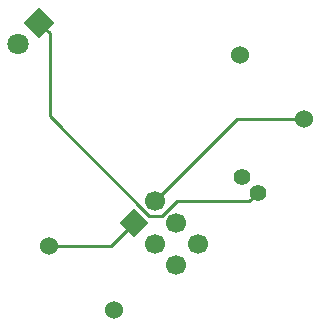
<source format=gbr>
%TF.GenerationSoftware,KiCad,Pcbnew,7.0.9*%
%TF.CreationDate,2024-01-20T09:14:40+10:00*%
%TF.ProjectId,BRAKE-PRES-V01,4252414b-452d-4505-9245-532d5630312e,rev?*%
%TF.SameCoordinates,Original*%
%TF.FileFunction,Copper,L1,Top*%
%TF.FilePolarity,Positive*%
%FSLAX46Y46*%
G04 Gerber Fmt 4.6, Leading zero omitted, Abs format (unit mm)*
G04 Created by KiCad (PCBNEW 7.0.9) date 2024-01-20 09:14:40*
%MOMM*%
%LPD*%
G01*
G04 APERTURE LIST*
G04 Aperture macros list*
%AMHorizOval*
0 Thick line with rounded ends*
0 $1 width*
0 $2 $3 position (X,Y) of the first rounded end (center of the circle)*
0 $4 $5 position (X,Y) of the second rounded end (center of the circle)*
0 Add line between two ends*
20,1,$1,$2,$3,$4,$5,0*
0 Add two circle primitives to create the rounded ends*
1,1,$1,$2,$3*
1,1,$1,$4,$5*%
%AMRotRect*
0 Rectangle, with rotation*
0 The origin of the aperture is its center*
0 $1 length*
0 $2 width*
0 $3 Rotation angle, in degrees counterclockwise*
0 Add horizontal line*
21,1,$1,$2,0,0,$3*%
G04 Aperture macros list end*
%TA.AperFunction,ComponentPad*%
%ADD10RotRect,1.700000X1.700000X45.000000*%
%TD*%
%TA.AperFunction,ComponentPad*%
%ADD11HorizOval,1.700000X0.000000X0.000000X0.000000X0.000000X0*%
%TD*%
%TA.AperFunction,ComponentPad*%
%ADD12C,1.400000*%
%TD*%
%TA.AperFunction,ComponentPad*%
%ADD13HorizOval,1.400000X0.000000X0.000000X0.000000X0.000000X0*%
%TD*%
%TA.AperFunction,ComponentPad*%
%ADD14C,1.524000*%
%TD*%
%TA.AperFunction,ComponentPad*%
%ADD15RotRect,1.800000X1.800000X225.000000*%
%TD*%
%TA.AperFunction,ComponentPad*%
%ADD16C,1.800000*%
%TD*%
%TA.AperFunction,Conductor*%
%ADD17C,0.250000*%
%TD*%
G04 APERTURE END LIST*
D10*
%TO.P,J1,1,Pin_1*%
%TO.N,/STEPPER-1-1*%
X106150000Y-80600000D03*
D11*
%TO.P,J1,2,Pin_2*%
%TO.N,/STEPPER-1-3*%
X107946051Y-78803949D03*
%TO.P,J1,3,Pin_3*%
%TO.N,/STEPPER-1-2*%
X107946051Y-82396051D03*
%TO.P,J1,4,Pin_4*%
%TO.N,/STEPPER-1-4*%
X109742102Y-80600000D03*
%TO.P,J1,5,Pin_5*%
%TO.N,/LED+12V*%
X109742102Y-84192102D03*
%TO.P,J1,6,Pin_6*%
%TO.N,/LED-12V*%
X111538154Y-82396051D03*
%TD*%
D12*
%TO.P,R1,1*%
%TO.N,/LED-12V*%
X115310100Y-76710100D03*
D13*
%TO.P,R1,2*%
%TO.N,Net-(D1-Pad1)*%
X116653603Y-78053603D03*
%TD*%
D14*
%TO.P,M1,1*%
%TO.N,/STEPPER-1-1*%
X98982271Y-82573006D03*
%TO.P,M1,2,-*%
%TO.N,/STEPPER-1-2*%
X104426994Y-88017729D03*
%TO.P,M1,3*%
%TO.N,/STEPPER-1-3*%
X120584383Y-71860339D03*
%TO.P,M1,4*%
%TO.N,/STEPPER-1-4*%
X115139661Y-66415617D03*
%TD*%
D15*
%TO.P,D1,1,K*%
%TO.N,Net-(D1-Pad1)*%
X98151600Y-63698400D03*
D16*
%TO.P,D1,2,A*%
%TO.N,/LED+12V*%
X96355549Y-65494451D03*
%TD*%
D17*
%TO.N,/STEPPER-1-3*%
X114889700Y-71860300D02*
X107946100Y-78803900D01*
X120584400Y-71860300D02*
X114889700Y-71860300D01*
%TO.N,/STEPPER-1-1*%
X104177000Y-82573000D02*
X106150000Y-80600000D01*
X98982300Y-82573000D02*
X104177000Y-82573000D01*
%TO.N,Net-(D1-Pad1)*%
X109767500Y-78778600D02*
X115928600Y-78778600D01*
X108539400Y-80006700D02*
X109767500Y-78778600D01*
X107423600Y-80006700D02*
X108539400Y-80006700D01*
X99018000Y-71601100D02*
X107423600Y-80006700D01*
X99018000Y-64564800D02*
X99018000Y-71601100D01*
X98151600Y-63698400D02*
X99018000Y-64564800D01*
X116653600Y-78053600D02*
X115928600Y-78778600D01*
%TD*%
M02*

</source>
